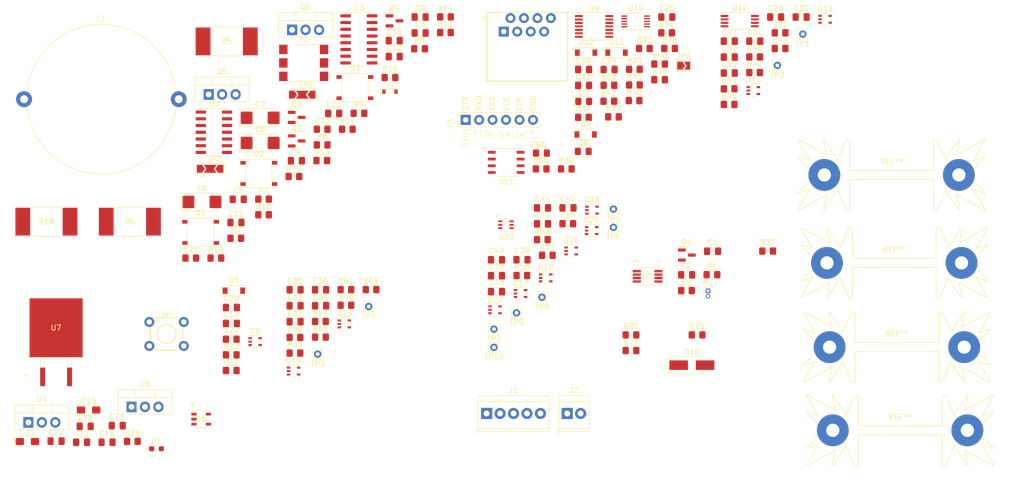
<source format=kicad_pcb>
(kicad_pcb (version 20211014) (generator pcbnew)
  (layers (0 "F.Cu" signal) (31 "B.Cu" signal) (34 "B.Paste" user) (35 "F.Paste" user) (36 "B.SilkS" user "B.Silkscreen") (37 "F.SilkS" user "F.Silkscreen") (38 "B.Mask" user) (39 "F.Mask" user) (44 "Edge.Cuts" user))
  (net 0 "")
  (net 1 "Net-(C1-Pad1)")
  (net 2 "GND")
  (net 3 "Net-(C2-Pad1)")
  (net 4 "+12V")
  (net 5 "Net-(C4-Pad1)")
  (net 6 "Net-(C2-Pad2)")
  (net 7 "Net-(C6-Pad1)")
  (net 8 "Net-(C8-Pad1)")
  (net 9 "Net-(C3-Pad1)")
  (net 10 "Net-(C10-Pad1)")
  (net 11 "Net-(C7-Pad1)")
  (net 12 "Net-(C11-Pad2)")
  (net 13 "Net-(C10-Pad2)")
  (net 14 "Net-(C13-Pad1)")
  (net 15 "-6V")
  (net 16 "+6V")
  (net 17 "+3V3")
  (net 18 "Net-(C13-Pad2)")
  (net 19 "Net-(C16-Pad1)")
  (net 20 "ISO_K_LINE")
  (net 21 "Net-(C17-Pad1)")
  (net 23 "Net-(C29-Pad1)")
  (net 24 "Net-(C25-Pad1)")
  (net 25 "Net-(C28-Pad1)")
  (net 26 "Net-(C31-Pad1)")
  (net 27 "Net-(C34-Pad2)")
  (net 28 "G_wire")
  (net 29 "C_wire")
  (net 30 "W_wire")
  (net 31 "Y_wire")
  (net 32 "Net-(D4-PadA)")
  (net 33 "Net-(D5-Pad1)")
  (net 34 "~{PWR_LED}")
  (net 35 "Net-(D6-Pad2)")
  (net 36 "~{I2C_LED}")
  (net 37 "Net-(D7-Pad2)")
  (net 38 "~{K_LINE_LED}")
  (net 39 "Net-(D8-Pad2)")
  (net 40 "Net-(D9-Pad1)")
  (net 41 "UPDI")
  (net 42 "Net-(D10-Pad1)")
  (net 43 "+BATT")
  (net 45 "dSDA+")
  (net 46 "dSDA-")
  (net 47 "dSCL+")
  (net 50 "dSCL-")
  (net 53 "R_wire")
  (net 54 "Net-(L1-Pad1)")
  (net 55 "FAN_REQ")
  (net 56 "COOL_REQ")
  (net 57 "HEAT_REQ")
  (net 58 "Net-(C31-Pad2)")
  (net 59 "Net-(C35-Pad2)")
  (net 60 "Net-(Q5-Pad1)")
  (net 61 "SPWM+")
  (net 62 "SPWM-")
  (net 63 "Net-(C36-Pad2)")
  (net 64 "Net-(M1-Pad2)")
  (net 65 "Net-(Q5-Pad3)")
  (net 66 "Net-(Q6-Pad1)")
  (net 67 "Net-(R1-Pad1)")
  (net 68 "I2C_EN")
  (net 69 "EN_24VAC")
  (net 70 "Net-(R5-Pad2)")
  (net 71 "Net-(R12-Pad1)")
  (net 72 "SCL")
  (net 73 "SDA")
  (net 74 "K_LINE_TX")
  (net 75 "Net-(R13-Pad1)")
  (net 76 "Net-(R17-Pad2)")
  (net 77 "Net-(R18-Pad1)")
  (net 78 "~{FAN_SHDN}")
  (net 79 "Net-(R43-Pad2)")
  (net 80 "Net-(R47-Pad1)")
  (net 81 "SINE60Hz")
  (net 82 "PWM_CLK")
  (net 83 "Net-(R49-Pad2)")
  (net 84 "~{TEMP_OVER}")
  (net 85 "Net-(R23-Pad2)")
  (net 86 "Net-(R26-Pad2)")
  (net 88 "Net-(T1-Pad3)")
  (net 89 "Net-(TP5-Pad1)")
  (net 91 "Net-(TP7-Pad1)")
  (net 92 "Net-(TP8-Pad1)")
  (net 93 "~{FAN_FAULT}")
  (net 95 "Net-(R48-Pad2)")
  (net 96 "Net-(R53-Pad1)")
  (net 98 "Net-(R55-Pad2)")
  (net 99 "Net-(R56-Pad2)")
  (net 100 "~{RESET}")
  (net 101 "VBAT_DIV8")
  (net 102 "K_LINE_RX")
  (net 103 "Net-(R57-Pad1)")
  (net 104 "K_LINE_EN")
  (net 105 "Net-(R58-Pad1)")
  (net 108 "Net-(U19-Pad4)")
  (net 113 "Net-(U20-Pad4)")
  (net 116 "Net-(R41-Pad2)")
  (net 117 "Net-(JP3-Pad1)")
  (footprint "Package_TO_SOT_SMD:SOT-23" (layer "F.Cu") (at 127.89 77.03)
    (fp_text reference "Q2")
    (fp_text value "2N7002")
  )
  (footprint "Diode_SMD:D_SOD-123" (layer "F.Cu") (at 116.05 109.74)
    (fp_text reference "D5")
    (fp_text value "18V Zener")
  )
  (footprint "Resistor_SMD:R_0805_2012Metric_Pad1.20x1.40mm_HandSolder" (layer "F.Cu") (at 155.98 61.01)
    (fp_text reference "R11")
    (fp_text value "1k")
  )
  (footprint "Capacitor_SMD:C_0805_2012Metric_Pad1.18x1.45mm_HandSolder" (layer "F.Cu") (at 116.87 92.49)
    (fp_text reference "C5")
    (fp_text value "1uF")
  )
  (footprint "Heatsink:Heatsink_Fischer_SK104-STC-STIC_35x13mm_2xDrill2.5mm" (layer "F.Cu") (at 241.2 120.4)
    (fp_text reference "REF**")
    (fp_text value "Heatsink_Fischer_SK104-STC-STIC_35x13mm_2xDrill2.5mm")
  )
  (footprint "UltraLibrarian:MC33660BEFR2" (layer "F.Cu") (at 167.4484 85.5259)
    (fp_text reference "U11")
    (fp_text value "MC33660BEFR2")
  )
  (footprint "Resistor_SMD:R_0805_2012Metric_Pad1.20x1.40mm_HandSolder" (layer "F.Cu") (at 170.4 106.88)
    (fp_text reference "R58")
    (fp_text value "10k")
  )
  (footprint "Beirdo:FTDI-TARGET" (layer "F.Cu") (at 159.8 77.5)
    (fp_text reference "J3")
    (fp_text value "FTDI Serial")
  )
  (footprint "Resistor_SMD:R_0805_2012Metric_Pad1.20x1.40mm_HandSolder" (layer "F.Cu") (at 132.71 79.27)
    (fp_text reference "R15")
    (fp_text value "10k")
  )
  (footprint "Capacitor_SMD:C_0805_2012Metric_Pad1.18x1.45mm_HandSolder" (layer "F.Cu") (at 214.37 62.64)
    (fp_text reference "C31")
    (fp_text value "10pF")
  )
  (footprint "Resistor_SMD:R_0805_2012Metric_Pad1.20x1.40mm_HandSolder" (layer "F.Cu") (at 175.21 103.06)
    (fp_text reference "R57")
    (fp_text value "10k")
  )
  (footprint "Resistor_SMD:R_0805_2012Metric_Pad1.20x1.40mm_HandSolder" (layer "F.Cu") (at 214.34 65.62)
    (fp_text reference "R45")
    (fp_text value "100M")
  )
  (footprint "Resistor_SMD:R_0805_2012Metric_Pad1.20x1.40mm_HandSolder" (layer "F.Cu") (at 209.53 71.64)
    (fp_text reference "R44")
    (fp_text value "143k 1%")
  )
  (footprint "UltraLibrarian:355010RFT" (layer "F.Cu") (at 80.6587 96.7149)
    (fp_text reference "R18")
    (fp_text value "9R1 5W")
  )
  (footprint "Resistor_SMD:R_0805_2012Metric_Pad1.20x1.40mm_HandSolder" (layer "F.Cu") (at 115.55 124.81)
    (fp_text reference "R27")
    (fp_text value "10k0 1%")
  )
  (footprint "Package_TO_SOT_SMD:SOT-353_SC-70-5" (layer "F.Cu") (at 214.09 71.97)
    (fp_text reference "U14")
    (fp_text value "TLV9301IDCK")
  )
  (footprint "Resistor_SMD:R_0805_2012Metric_Pad1.20x1.40mm_HandSolder" (layer "F.Cu") (at 139.66 76.26)
    (fp_text reference "R4")
    (fp_text value "51R")
  )
  (footprint "Package_TO_SOT_SMD:SOT-353_SC-70-5" (layer "F.Cu") (at 183.58 98.39)
    (fp_text reference "U21")
    (fp_text value "TLV9301IDCK")
  )
  (footprint "Resistor_SMD:R_0805_2012Metric_Pad1.20x1.40mm_HandSolder" (layer "F.Cu") (at 132.71 82.22)
    (fp_text reference "R8")
    (fp_text value "1k")
  )
  (footprint "UltraLibrarian:TC652AGVUA" (layer "F.Cu") (at 194.1407 107.0346)
    (fp_text reference "U1")
    (fp_text value "TC652AGVUA")
  )
  (footprint "Resistor_SMD:R_0805_2012Metric_Pad1.20x1.40mm_HandSolder" (layer "F.Cu") (at 174.27 100.11)
    (fp_text reference "R56")
    (fp_text value "10k")
  )
  (footprint "Package_TO_SOT_THT:TO-220-3_Vertical" (layer "F.Cu") (at 111.29 72.7)
    (fp_text reference "Q5")
    (fp_text value "IRF540N")
  )
  (footprint "Resistor_SMD:R_0805_2012Metric_Pad1.20x1.40mm_HandSolder" (layer "F.Cu") (at 191 118.09)
    (fp_text reference "R20")
    (fp_text value "10k")
  )
  (footprint "Resistor_SMD:R_0805_2012Metric_Pad1.20x1.40mm_HandSolder" (layer "F.Cu") (at 121.65 95.41)
    (fp_text reference "R12")
    (fp_text value "3R01 1%")
  )
  (footprint "Capacitor_SMD:C_0805_2012Metric_Pad1.18x1.45mm_HandSolder" (layer "F.Cu") (at 182.06 67.99)
    (fp_text reference "C26")
    (fp_text value "5nF")
  )
  (footprint "Resistor_SMD:R_0805_2012Metric_Pad1.20x1.40mm_HandSolder" (layer "F.Cu") (at 116.4 99.85)
    (fp_text reference "R3")
    (fp_text value "51R")
  )
  (footprint "SparkFun-Switches:TACTILE_SWITCH_PTH_6.0MM" (layer "F.Cu") (at 103.33474 117.91474)
    (fp_text reference "SW1")
    (fp_text value "SW_Push")
  )
  (footprint "Capacitor_SMD:C_0805_2012Metric_Pad1.18x1.45mm_HandSolder" (layer "F.Cu") (at 87.29 138.35)
    (fp_text reference "C17")
    (fp_text value "100nF")
  )
  (footprint "Resistor_SMD:R_0805_2012Metric_Pad1.20x1.40mm_HandSolder" (layer "F.Cu") (at 127.57 118.57)
    (fp_text reference "R50")
    (fp_text value "1.21k 1%")
  )
  (footprint "Jumper:SolderJumper-2_P1.3mm_Open_TrianglePad1.0x1.5mm" (layer "F.Cu") (at 200.95 67.27)
    (fp_text reference "JP3")
    (fp_text value "Solder Jumper")
  )
  (footprint "Connector_Pin:Pin_D0.7mm_L6.5mm_W1.8mm_FlatFork" (layer "F.Cu") (at 174.2 110.98)
    (fp_text reference "TP8")
    (fp_text value "TestPoint")
  )
  (footprint "Capacitor_SMD:C_0805_2012Metric_Pad1.18x1.45mm_HandSolder" (layer "F.Cu") (at 127.6 112.58)
    (fp_text reference "C33")
    (fp_text value "100nF")
  )
  (footprint "Capacitor_SMD:C_0805_2012Metric_Pad1.18x1.45mm_HandSolder" (layer "F.Cu") (at 151.2 61.1)
    (fp_text reference "C3")
    (fp_text value "220pF")
  )
  (footprint "Heatsink:Heatsink_Fischer_SK104-STC-STIC_35x13mm_2xDrill2.5mm" (layer "F.Cu") (at 240.2 87.9)
    (fp_text reference locked "REF**")
    (fp_text value "Heatsink_Fischer_SK104-STC-STIC_35x13mm_2xDrill2.5mm")
  )
  (footprint "Resistor_SMD:R_0805_2012Metric_Pad1.20x1.40mm_HandSolder" (layer "F.Cu") (at 196.4 66.97)
    (fp_text reference "R40")
    (fp_text value "330R")
  )
  (footprint "Capacitor_SMD:C_0805_2012Metric_Pad1.18x1.45mm_HandSolder" (layer "F.Cu") (at 116.43 96.87)
    (fp_text reference "C11")
    (fp_text value "10uF")
  )
  (footprint "Diode_SMD:D_SOD-123" (layer "F.Cu") (at 182.45 80.26)
    (fp_text reference "D9")
    (fp_text value "BAT42W-V")
  )
  (footprint "Capacitor_SMD:C_0805_2012Metric_Pad1.18x1.45mm_HandSolder" (layer "F.Cu") (at 115.58 112.92)
    (fp_text reference "C20")
    (fp_text value "100nF")
  )
  (footprint "Resistor_SMD:R_0805_2012Metric_Pad1.20x1.40mm_HandSolder" (layer "F.Cu") (at 115.55 118.91)
    (fp_text reference "R24")
    (fp_text value "100k 1%")
  )
  (footprint "Capacitor_SMD:C_0805_2012Metric_Pad1.18x1.45mm_HandSolder" (layer "F.Cu") (at 165.62 103.9)
    (fp_text reference "C42")
    (fp_text value "100nF")
  )
  (footprint "Package_TO_SOT_THT:TO-220-3_Vertical" (layer "F.Cu") (at 96.72 131.68)
    (fp_text reference "U5")
    (fp_text value "LM7906_TO220")
  )
  (footprint "Capacitor_SMD:C_0805_2012Metric_Pad1.18x1.45mm_HandSolder" (layer "F.Cu") (at 223.12 58.09)
    (fp_text reference "C30")
    (fp_text value "100nF")
  )
  (footprint "Connector_Pin:Pin_D0.7mm_L6.5mm_W1.8mm_FlatFork" (layer "F.Cu") (at 223.45 61.32)
    (fp_text reference "TP1")
    (fp_text value "TestPoint")
  )
  (footprint "UltraLibrarian:355010RFT" (layer "F.Cu") (at 96.4087 96.7149)
    (fp_text reference "R6")
    (fp_text value "2R2 5W")
  )
  (footprint "Resistor_SMD:R_0805_2012Metric_Pad1.20x1.40mm_HandSolder" (layer "F.Cu") (at 191 121.04)
    (fp_text reference "R22")
    (fp_text value "10k")
  )
  (footprint "Diode_SMD:Diode_Bridge_Vishay_MBLS" (layer "F.Cu") (at 109.77 98.74)
    (fp_text reference "D1")
    (fp_text value "LMB14S")
  )
  (footprint "Resistor_SMD:R_0805_2012Metric_Pad1.20x1.40mm_HandSolder" (layer "F.Cu") (at 132.38 115.56)
    (fp_text reference "R54")
    (fp_text value "230k")
  )
  (footprint "Resistor_SMD:R_0805_2012Metric_Pad1.20x1.40mm_HandSolder" (layer "F.Cu") (at 191.59 73.86)
    (fp_text reference "R38")
    (fp_text value "330R")
  )
  (footprint "Diode_SMD:D_SOD-123" (layer "F.Cu") (at 188.28 64.81)
    (fp_text reference "D11")
    (fp_text value "MMSZ5260C-E3-08")
  )
  (footprint "Resistor_SMD:R_0603_1608Metric_Pad0.98x0.95mm_HandSolder" (layer "F.Cu") (at 101.43 139.58)
    (fp_text reference "F1")
    (fp_text value "6A Polyfuse")
  )
  (footprint "Capacitor_SMD:C_0805_2012Metric_Pad1.18x1.45mm_HandSolder" (layer "F.Cu") (at 174.3 94.12)
    (fp_text reference "C44")
    (fp_text value "100nF")
  )
  (footprint "LED_SMD:LED_0805_2012Metric_Pad1.15x1.40mm_HandSolder" (layer "F.Cu") (at 182.075 74.025)
    (fp_text reference "D7")
    (fp_text value "LED")
  )
  (footprint "Resistor_SMD:R_0805_2012Metric_Pad1.20x1.40mm_HandSolder" (layer "F.Cu") (at 219.15 64.02)
    (fp_text reference "R43")
    (fp_text value "1k0")
  )
  (footprint "Jumper:SolderJumper-3_P2.0mm_Open_TrianglePad1.0x1.5mm" (layer "F.Cu") (at 128.95 72.75)
    (fp_text reference "JP1")
    (fp_text value "Solder Jumper")
  )
  (footprint "Resistor_SMD:R_0805_2012Metric_Pad1.20x1.40mm_HandSolder" (layer "F.Cu") (at 186.82 73.98)
    (fp_text reference "R41")
    (fp_text value "470R")
  )
  (footprint "Resistor_SMD:R_0805_2012Metric_Pad1.20x1.40mm_HandSolder" (layer "F.Cu") (at 179.08 97.1)
    (fp_text reference "R55")
    (fp_text value "10k")
  )
  (footprint "Resistor_SMD:R_0805_2012Metric_Pad1.20x1.40mm_HandSolder" (layer "F.Cu") (at 201.48 109.73)
    (fp_text reference "R2")
    (fp_text value "2R")
  )
  (footprint "Package_TO_SOT_THT:TO-220-3_Vertical" (layer "F.Cu") (at 127.04 60.51)
    (fp_text reference "Q6")
    (fp_text value "IRF540N")
  )
  (footprint "Connector_Pin:Pin_D0.7mm_L6.5mm_W1.8mm_FlatFork" (layer "F.Cu") (at 165.14 120.45)
    (fp_text reference "TP10")
    (fp_text value "TestPoint")
  )
  (footprint "Package_TO_SOT_SMD:SOT-353_SC-70-5" (layer "F.Cu") (at 183.64 94.54)
    (fp_text reference "U18")
    (fp_text value "TLV9301IDCK")
  )
  (footprint "Capacitor_SMD:C_0805_2012Metric_Pad1.18x1.45mm_HandSolder" (layer "F.Cu") (at 186.87 67.99)
    (fp_text reference "C24")
    (fp_text value "100nF")
  )
  (footprint "UltraLibrarian:74HC2G17GW-Q100H" (layer "F.Cu") (at 167.4 97.3)
    (fp_text reference "U23")
    (fp_text value "74HC2G17GW-Q100H")
  )
  (footprint "Package_TO_SOT_SMD:SOT-353_SC-70-5" (layer "F.Cu") (at 127.32 124.92)
    (fp_text reference "U16")
    (fp_text value "TLV9301IDCK")
  )
  (footprint "Resistor_SMD:R_0805_2012Metric_Pad1.20x1.40mm_HandSolder" (layer "F.Cu") (at 127.57 121.52)
    (fp_text reference "R52")
    (fp_text value "1.21k 1%")
  )
  (footprint "Resistor_SMD:R_0805_2012Metric_Pad1.20x1.40mm_HandSolder" (layer "F.Cu") (at 115.55 121.86)
    (fp_text reference "R23")
    (fp_text value "619k 1%")
  )
  (footprint "Package_TO_SOT_SMD:SOT-353_SC-70-5" (layer "F.Cu") (at 174.9 107.33)
    (fp_text reference "U19")
    (fp_text value "TLV9301IDCK")
  )
  (footprint "Connector_Pin:Pin_D0.7mm_L6.5mm_W1.8mm_FlatFork" (layer "F.Cu") (at 131.87 121.71)
    (fp_text reference "TP3")
    (fp_text value "TestPoint")
  )
  (footprint "Package_TO_SOT_SMD:SOT-23" (layer "F.Cu") (at 127.89 81.48)
    (fp_text reference "Q3")
    (fp_text value "2N7002")
  )
  (footprint "Resistor_SMD:R_0805_2012Metric_Pad1.20x1.40mm_HandSolder" (layer "F.Cu") (at 132.63 85.18)
    (fp_text reference "R13")
    (fp_text value "3R01 1%")
  )
  (footprint "Resistor_SMD:R_0805_2012Metric_Pad1.20x1.40mm_HandSolder" (layer "F.Cu") (at 219.15 61.07)
    (fp_text reference "RV1")
    (fp_text value "100k")
  )
  (footprint "Capacitor_SMD:C_0805_2012Metric_Pad1.18x1.45mm_HandSolder" (layer "F.Cu") (at 182.06 71)
    (fp_text reference "C23")
    (fp_text value "100nF")
  )
  (footprint "Resistor_SMD:R_0805_2012Metric_Pad1.20x1.40mm_HandSolder" (layer "F.Cu") (at 191.65 70.91)
    (fp_text reference "R35")
    (fp_text value "4k7")
  )
  (footprint "Package_TO_SOT_SMD:SOT-23" (layer "F.Cu") (at 201.55 103.02)
    (fp_text reference "Q1")
    (fp_text value "2N7002")
  )
  (footprint "Capacitor_SMD:C_0805_2012Metric_Pad1.18x1.45mm_HandSolder" (layer "F.Cu") (at 82.48 138.15)
    (fp_text reference "C22")
    (fp_text value "100nF")
  )
  (footprint "Connector_Pin:Pin_D0.7mm_L6.5mm_W1.8mm_FlatFork" (layer "F.Cu") (at 141.49 112.74)
    (fp_text reference "TP4")
    (fp_text value "TestPoint")
  )
  (footprint "Jumper:SolderJumper-3_P2.0mm_Open_TrianglePad1.0x1.5mm" (layer "F.Cu") (at 111.56 86.74)
    (fp_text reference "JP2")
    (fp_text value "Solder Jumper")
  )
  (footprint "Package_TO_SOT_SMD:SOT-353_SC-70-5" (layer "F.Cu") (at 170.15 110.28)
    (fp_text reference "U17")
    (fp_text value "TLV9301IDCK")
  )
  (footprint "Resistor_SMD:R_0805_2012Metric_Pad1.20x1.40mm_HandSolder" (layer "F.Cu") (at 137.46 79.27)
    (fp_text reference "R17")
    (fp_text value "TBD")
  )
  (footprint "Package_TO_SOT_THT:TO-220-3_Vertical" (layer "F.Cu") (at 77.26 134.61)
    (fp_text reference "U4")
    (fp_text value "L7806")
  )
  (footprint "Resistor_SMD:R_0805_2012Metric_Pad1.20x1.40mm_HandSolder" (layer "F.Cu") (at 137.19 112.49)
    (fp_text reference "R48")
    (fp_text value "10k")
  )
  (footprint "Capacitor_SMD:C_0805_2012Metric_Pad1.18x1.45mm_HandSolder" (layer "F.Cu") (at 94.03 135.22)
    (fp_text reference "C15")
    (fp_text value "330nF")
  )
  (footprint "Resistor_SMD:R_0805_2012Metric_Pad1.20x1.40mm_HandSolder" (layer "F.Cu") (at 178.8 86.76)
    (fp_text reference "R30")
    (fp_text value "100R")
  )
  (footprint "Connector_Pin:Pin_D0.7mm_L6.5mm_W1.8mm_FlatFork" (layer "F.Cu") (at 218.64 67.22)
    (fp_text reference "TP2")
    (fp_text value "TestPoint")
  )
  (footprint "Resistor_SMD:R_0805_2012Metric_Pad1.20x1.40mm_HandSolder" (layer "F.Cu") (at 196.4 69.92)
    (fp_text reference "R39")
    (fp_text value "330R")
  )
  (footprint "Resistor_SMD:R_0805_2012Metric_Pad1.20x1.40mm_HandSolder" (layer "F.Cu") (at 107.9 103.59)
    (fp_text reference "R21")
    (fp_text value "10k")
  )
  (footprint "Connector_Pin:Pin_D0.7mm_L6.5mm_W1.8mm_FlatFork" (layer "F.Cu") (at 169.39 113.93)
    (fp_text reference "TP9")
    (fp_text value "TestPoint")
  )
  (footprint "Resistor_SMD:R_0805_2012Metric_Pad1.20x1.40mm_HandSolder" (layer "F.Cu") (at 191.65 67.96)
    (fp_text reference "R33")
    (fp_text value "100R")
  )
  (footprint "SparkFun-Silicon-Standard:SOD-323" (layer "F.Cu") (at 145.5146 72.17334)
    (fp_text reference "D4")
    (fp_text value "BAT20J")
  )
  (footprint "Package_TO_SOT_SMD:SOT-353_SC-70-5" (layer "F.Cu") (at 227.65 58.51)
    (fp_text reference "U13")
    (fp_text value "TLV9301IDCK")
  )
  (footprint "Package_SO:SOIC-14_3.9x8.7mm_P1.27mm" (layer "F.Cu") (at 112.28 79.84)
    (fp_text reference "U2")
    (fp_text value "UCC27714D")
  )
  (footprint "Resistor_SMD:R_0805_2012Metric_Pad1.20x1.40mm_HandSolder" (layer "F.Cu") (at 186.84 70.97)
    (fp_text reference "R42")
    (fp_text value "510R")
  )
  (footprint "Package_TO_SOT_SMD:SOT-353_SC-70-5" (layer "F.Cu") (at 136.88 116.01)
    (fp_text reference "U15")
    (fp_text value "TLV9301IDCK")
  )
  (footprint "Resistor_SMD:R_0805_2012Metric_Pad1.20x1.40mm_HandSolder" (layer "F.Cu") (at 137.19 109.54)
    (fp_text reference "R51")
    (fp_text value "1.21k 1%")
  )
  (footprint "Capacitor_SMD:C_0805_2012Metric_Pad1.18x1.45mm_HandSolder" (layer "F.Cu") (at 127.85 85.21)
    (fp_text reference "C4")
    (fp_text value "220pF")
  )
  (footprint "Capacitor_SMD:C_0805_2012Metric_Pad1.18x1.45mm_HandSolder" (layer "F.Cu") (at 134.88 76.29)
    (fp_text reference "C13")
    (fp_text value "68uF")
  )
  (footprint "LED_SMD:LED_0805_2012Metric_Pad1.15x1.40mm_HandSolder" (layer "F.Cu") (at 174.095 83.765)
    (fp_text reference "D6")
    (fp_text value "LED")
  )
  (footprint "LED_SMD:LED_0805_2012Metric_Pad1.15x1.40mm_HandSolder" (layer "F.Cu") (at 181.995 83.455)
    (fp_text reference "D8")
    (fp_text value "LED")
  )
  (footprint "Resistor_SMD:R_0805_2012Metric_Pad1.20x1.40mm_HandSolder" (layer "F.Cu") (at 193.53 64.02)
    (fp_text reference "R32")
    (fp_text value "100R")
  )
  (footprint "Resistor_SMD:R_0805_2012Metric_Pad1.20x1.40mm_HandSolder" (layer "F.Cu") (at 187.7 76.93)
    (fp_text reference "R29")
    (fp_text value "100R")
  )
  (footprint "Connector_PinHeader_1.00mm:PinHeader_1x02_P1.00mm_Vertical" (layer "F.Cu") (at 205.53 109.78)
    (fp_text reference "M1")
    (fp_text value "Fan")
  )
  (footprint "TerminalBlock_TE-Connectivity:TerminalBlock_TE_282834-5_1x05_P2.54mm_Horizontal" (layer "F.Cu") (at 163.75 132.92)
    (fp_text reference "J1")
    (fp_text value "Screw_Terminal_01x05")
  )
  (footprint "Capacitor_SMD:C_0805_2012Metric_Pad1.18x1.45mm_HandSolder" (layer "F.Cu") (at 174.3 97.13)
    (fp_text reference "C41")
    (fp_text value "100nF")
  )
  (footprint "TerminalBlock_TE-Connectivity:TerminalBlock_TE_282834-2_1x02_P2.54mm_Horizontal" (layer "F.Cu") (at 178.96 132.92)
    (fp_text reference "J2")
    (fp_text value "Screw_Terminal_01x02")
  )
  (footprint "Capacitor_SMD:C_0805_2012Metric_Pad1.18x1.45mm_HandSolder" (layer "F.Cu") (at 92.1 138.35)
    (fp_text reference "C16")
    (fp_text value "40nF")
  )
  (footprint "Capacitor_SMD:C_0805_2012Metric_Pad1.18x1.45mm_HandSolder" (layer "F.Cu") (at 206.4 102.3)
    (fp_text reference "C1")
    (fp_text value "4.7uF")
  )
  (footprint "Capacitor_SMD:C_0805_2012Metric_Pad1.18x1.45mm_HandSolder" (layer "F.Cu") (at 127.6 109.57)
    (fp_text reference "C35")
    (fp_text value "2.2uF")
  )
  (footprint "Resistor_SMD:R_0805_2012Metric_Pad1.20x1.40mm_HandSolder" (layer "F.Cu") (at 206.29 106.72)
    (fp_text reference "R1")
    (fp_text value "1k")
  )
  (footprint "Package_TO_SOT_SMD:SOT-23" (layer "F.Cu") (at 146.35 58.81)
    (fp_text reference "Q4")
    (fp_text value "2N7002")
  )
  (footprint "Resistor_SMD:R_0805_2012Metric_Pad1.20x1.40mm_HandSolder" (layer "F.Cu") (at 182.03 77.02)
    (fp_text reference "R34")
    (fp_text value "4k7")
  )
  (footprint "Resistor_SMD:R_0805_2012Metric_Pad1.20x1.40mm_HandSolder" (layer "F.Cu") (at 151.09 64.08)
    (fp_text reference "R9")
    (fp_text value "1k")
  )
  (footprint "Resistor_SMD:R_0805_2012Metric_Pad1.20x1.40mm_HandSolder" (layer "F.Cu") (at 96.88 138.2)
    (fp_text reference "R26")
    (fp_text value "69.8k 1%")
  )
  (footprint "Resistor_SMD:R_0805_2012Metric_Pad1.20x1.40mm_HandSolder" (layer "F.Cu") (at 216.8 102.27)
    (fp_text reference "R37")
    (fp_text value "10k")
  )
  (footprint "Resistor_SMD:R_0805_2012Metric_Pad1.20x1.40mm_HandSolder" (layer "F.Cu") (at 141.94 109.54)
    (fp_text reference "R49")
    (fp_text value "560k")
  )
  (footprint "UltraLibrarian:355010RFT" (layer "F.Cu") (at 114.6887 62.6849)
    (fp_text reference "R5")
    (fp_text value "5R1 5W")
  )
  (footprint "Capacitor_Tantalum_SMD:CP_EIA-3216-18_Kemet-A_Pad1.58x1.35mm_HandSolder" (layer "F.Cu") (at 77.07 138.22)
    (fp_text reference "C21")
    (fp_text value "10uF Ta 6.3V")
  )
  (footprint "Diode_SMD:D_SOD-123" (layer "F.Cu") (at 182.53 64.81)
    (fp_text reference "D12")
    (fp_text value "BZT52C27-7-F")
  )
  (footprint "Resistor_SMD:R_0805_2012Metric_Pad1.20x1.40mm_HandSolder" (layer "F.Cu") (at 132.38 118.51)
    (fp_text reference "R53")
    (fp_text value "10k")
  )
  (footprint "Resistor_SMD:R_0805_2012Metric_Pad1.20x1.40mm_HandSolder" (layer "F.Cu") (at 121.65 92.46)
    (fp_text reference "R7")
    (fp_text value "1k")
  )
  (footprint "Resistor_SMD:R_0805_2012Metric_Pad1.20x1.40mm_HandSolder" (layer "F.Cu") (at 127.38 88.19)
    (fp_text reference "R10")
    (fp_text value "1k")
  )
  (footprint "Connector_Pin:Pin_D0.7mm_L6.5mm_W1.8mm_FlatFork" (layer "F.Cu") (at 165.14 117)
    (fp_text reference "TP7")
    (fp_text value "TestPoint")
  )
  (footprint "Resistor_SMD:R_0805_2012Metric_Pad1.20x1.40mm_HandSolder" (layer "F.Cu") (at 197.73 61.07)
    (fp_text reference "R31")
    (fp_text value "100R")
  )
  (footprint "Capacitor_SMD:C_0805_2012Metric_Pad1.18x1.45mm_HandSolder" (layer "F.Cu") (at 165.62 106.91)
    (fp_text reference "C38")
    (fp_text value "100nF")
  )
  (footprint "Package_SO:TSSOP-14_4.4x5mm_P0.65mm" (layer "F.Cu") (at 184.03 59.86)
    (fp_text reference "U9")
    (fp_text value "ATtiny424-X")
  )
  (footprint "Capacitor_SMD:C_0805_2012Metric_Pad1.18x1.45mm_HandSolder" (layer "F.Cu") (at 132.41 112.58)
    (fp_text reference "C34")
    (fp_text value "2.2uF")
  )
  (footprint "Resistor_SMD:R_0805_2012Metric_Pad1.20x1.40mm_HandSolder" (layer "F.Cu") (at 209.53 74.59)
    (fp_text reference "R46")
    (fp_text value "1.2M")
  )
  (footprint "Capacitor_Tantalum_SMD:CP_EIA-6032-20_AVX-F_Pad2.25x2.35mm_HandSolder" (layer "F.Cu") (at 121 77.11)
    (fp_text reference "C7")
    (fp_text value "10uF Ta 25V")
  )
  (footprint "Resistor_SMD:R_0805_2012Metric_Pad1.20x1.40mm_HandSolder" (layer "F.Cu") (at 145.51 69.51)
    (fp_text reference "R16")
    (fp_text value "10k")
  )
  (footprint "Resistor_SMD:R_0805_2012Metric_Pad1.20x1.40mm_HandSolder" (layer "F.Cu") (at 112.65 103.59)
    (fp_text reference "R19")
    (fp_text value "10k")
  )
  (footprint "Diode_SMD:D_SMA_Handsoldering" (layer "F.Cu") (at 202.5 123.8)
    (fp_text reference "D10")
    (fp_text value "BYS10-35")
  )
  (footprint "Capacitor_SMD:C_0805_2012Metric_Pad1.18x1.45mm_HandSolder" (layer "F.Cu") (at 115.58 115.93)
    (fp_text reference "C14")
    (fp_text value "330nF")
  )
  (footprint "Diode_SMD:Diode_Bridge_Vishay_MBLS" (layer "F.Cu") (at 120.75 87.61)
    (fp_text reference "D2")
    (fp_text value "LMB14S")
  )
  (footprint "Capacitor_SMD:C_0805_2012Metric_Pad1.18x1.45mm_HandSolder" (layer "F.Cu") (at 146.31 62.54)
    (fp_text reference "C10")
    (fp_text value "100nF")
  )
  (footprint "Capacitor_SMD:C_0805_2012Metric_Pad1.18x1.45mm_HandSolder" (layer "F.Cu") (at 218.31 58.09)
    (fp_text reference "C28")
    (fp_text value "10nF")
  )
  (footprint "Heatsink:Heatsink_Fischer_SK104-STC-STIC_35x13mm_2xDrill2.5mm" (layer "F.Cu") (at 240.7 104.5)
    (fp_text reference "REF**")
    (fp_text value "Heatsink_Fischer_SK104-STC-STIC_35x13mm_2xDrill2.5mm")
  )
  (footprint "Capacitor_SMD:C_0805_2012Metric_Pad1.18x1.45mm_HandSolder" (layer "F.Cu") (at 209.56 62.64)
    (fp_text reference "C27")
    (fp_text value "100nF")
  )
  (footprint "Package_SO:TSSOP-8_4.4x3mm_P0.65mm" (layer "F.Cu") (at 211.53 58.86)
    (fp_text reference "U12")
    (fp_text value "NE555PWR")
  )
  (footprint "Capacitor_SMD:C_0805_2012Metric_Pad1.18x1.45mm_HandSolder" (layer "F.Cu") (at 179.11 94.12)
    (fp_text reference "C40")
    (fp_text value "100nF")
  )
  (footprint "Capacitor_SMD:C_0805_2012Metric_Pad1.18x1.45mm_HandSolder" (layer "F.Cu") (at 209.56 68.66)
    (fp_text reference "C29")
    (fp_text value "100pF")
  )
  (footprint "Package_TO_SOT_SMD:SOT-353_SC-70-5" (layer "F.Cu") (at 120.05 119.36)
    (fp_text reference "U8")
    (fp_text value "TLV9301IDCK")
  )
  (footprint "Package_TO_SOT_SMD:SOT-353_SC-70-5" (layer "F.Cu") (at 165.34 113.35)
    (fp_text reference "U22")
    (fp_text value "TLV9301IDCK")
  )
  (footprint "Capacitor_SMD:C_0805_2012Metric_Pad1.18x1.45mm_HandSolder" (layer "F.Cu") (at 170.43 103.9)
    (fp_text reference "C39")
    (fp_text value "100nF")
  )
  (footprint "Resistor_SMD:R_0805_2012Metric_Pad1.20x1.40mm_HandSolder" (layer "F.Cu") (at 214.34 68.57)
    (fp_text reference "R47")
    (fp_text value "10k")
  )
  (footprint "UltraLibrarian:MAX6420UK33&plus_T" (layer "F.Cu") (at 109.87125 133.9946)
    (fp_text reference "U6")
    (fp_text value "MAX6420UK33+T")
  )
  (footprint "SparkFun-Connectors:RJ45-8" (layer "F.Cu") (at 171.4366 67.18658)
    (fp_text reference "J4")
    (fp_text value "RJ45_Shielded")
  )
  (footprint "UltraLibrarian:NCP565D2T33R4G" (layer "F.Cu") (at 82.4871 116.743)
    (fp_text reference "U7")
    (fp_text value "NCP565D2T33R4G")
  )
  (footprint "Capacitor_Tantalum_SMD:CP_EIA-6032-20_AVX-F_Pad2.25x2.35mm_HandSolder" (layer "F.Cu") (at 110.02 92.99)
    (fp_text reference "C6")
    (fp_text value "10uF Ta 25V")
  )
  (footprint "Resistor_SMD:R_0805_2012Metric_Pad1.20x1.40mm_HandSolder" (layer "F.Cu") (at 174.05 86.76)
    (fp_text reference "R36")
    (fp_text value "4k7")
  )
  (footprint "Capacitor_SMD:C_0805_2012Metric_Pad1.18x1.45mm_HandSolder" (layer "F.Cu") (at 151.2 58.09)
    (fp_text reference "C9")
    (fp_text value "1uF")
  )
  (footprint "Capacitor_SMD:C_0805_2012Metric_Pad1.18x1.45mm_HandSolder" (layer "F.Cu") (at 209.56 65.65)
    (fp_text reference "C32")
    (fp_text value "100nF")
  )
  (footprint "Capacitor_SMD:C_0805_2012Metric_Pad1.18x1.45mm_HandSolder" (layer "F.Cu") (at 146.31 65.55)
    (fp_text reference "C12")
    (fp_text value "10uF")
  )
  (footprint "Package_SO:TSSOP-10_3x3mm_P0.5mm" (layer "F.Cu") (at 191.88 58.91)
    (fp_text reference "U10")
    (fp_text value "PCA9615DP")
  )
  (footprint "Capacitor_Tantalum_SMD:CP_EIA-6032-20_AVX-F_Pad2.25x2.35mm_HandSolder" (layer "F.Cu") (at 121 81.86)
    (fp_text reference "C8")
    (fp_text value "10uF Ta 25V")
  )
  (footprint "Inductor_THT:L_Radial_D28.0mm_P29.20mm" (layer "F.Cu") (at 76.44 73.6)
    (fp_text reference "L1")
    (fp_text value "1.5mH 260mA")
  )
  (footprint "Capacitor_Tantalum_SMD:CP_EIA-3216-18_Kemet-A_Pad1.58x1.35mm_HandSolder" (layer "F.Cu") (at 88.62 132.26)
    (fp_text reference "C19")
    (fp_text value "10uF Ta 6.3V")
  )
  (footprint "Resistor_SMD:R_0805_2012Metric_Pad1.20x1.40mm_HandSolder" (layer "F.Cu") (at 155.98 58.06)
    (fp_text reference "R14")
    (fp_text value "1k")
  )
  (footprint "Diode_SMD:Diode_Bridge_Vishay_MBLS" (layer "F.Cu") (at 138.88 71.41)
    (fp_text reference "D3")
    (fp_text value "LMB14S")
  )
  (footprint "Resistor_SMD:R_0805_2012Metric_Pad1.20x1.40mm_HandSolder" (layer "F.Cu") (at 203.48 118.09)
    (fp_text reference "R25")
    (fp_text value "10k")
  )
  (footprint "Capacitor_SMD:C_0805_2012Metric_Pad1.18x1.45mm_HandSolder" (layer "F.Cu") (at 87.98 135.34)
    (fp_text reference "C18")
    (fp_text value "100nF")
  )
  (footprint "Capacitor_SMD:C_0805_2012Metric_Pad1.18x1.45mm_HandSolder" (layer "F.Cu") (at 197.76 58.09)
    (fp_text reference "C25")
    (fp_text value "10nF")
  )
  (footprint "Capacitor_SMD:C_0805_2012Metric_Pad1.18x1.45mm_HandSolder" (layer "F.Cu") (at 132.41 109.57)
    (fp_text reference "C36")
    (fp_text value "2.2uF")
  )
  (footprint "Package_SO:SOP-16_3.9x9.9mm_P1.27mm" (layer "F.Cu") (at 139.63 62.31)
    (fp_text reference "U3")
    (fp_text value "PCA9557D")
  )
  (footprint "Capacitor_SMD:C_0805_2012Metric_Pad1.18x1.45mm_HandSolder" (layer "F.Cu") (at 165.62 109.92)
    (fp_text reference "C43")
    (fp_text value "100nF")
  )
  (footprint "Package_TO_SOT_SMD:SOT-353_SC-70-5" (layer "F.Cu") (at 179.71 102.24)
    (fp_text reference "U20")
    (fp_text value "TLV9301IDCK")
  )
  (footprint "Connector_Pin:Pin_D0.7mm_L6.5mm_W1.8mm_FlatFork" (layer "F.Cu") (at 187.69 97.79)
    (fp_text reference "TP6")
    (fp_text value "TestPoint")
  )
  (footprint "Connector_Pin:Pin_D0.7mm_L6.5mm_W1.8mm_FlatFork" (layer "F.Cu") (at 187.69 94.34)
    (fp_text reference "TP5")
    (fp_text value "TestPoint")
  )
  (footprint "Transformer_SMD:Pulse_PA2004NL" (layer "F.Cu") (at 129.22 66.75)
    (fp_text reference "T1")
    (fp_text value "PA2004NL")
  )
  (footprint "Capacitor_SMD:C_0805_2012Metric_Pad1.18x1.45mm_HandSolder" (layer "F.Cu") (at 127.6 115.59)
    (fp_text reference "C37")
    (fp_text value "100nF")
  )
  (footprint "Resistor_SMD:R_0805_2012Metric_Pad1.20x1.40mm_HandSolder" (layer "F.Cu") (at 198.28 64.02)
    (fp_text reference "R28")
    (fp_text value "100R")
  )
  (footprint "Capacitor_SMD:C_0805_2012Metric_Pad1.18x1.45mm_HandSolder" (layer "F.Cu") (at 201.51 106.75)
    (fp_text reference "C2")
    (fp_text value "10nF")
  )
  (footprint "Heatsink:Heatsink_Fischer_SK104-STC-STIC_35x13mm_2xDrill2.5mm" (layer "F.Cu") (at 241.8 136.1)
    (fp_text reference "REF**")
    (fp_text value "Heatsink_Fischer_SK104-STC-STIC_35x13mm_2xDrill2.5mm")
  )
)
</source>
